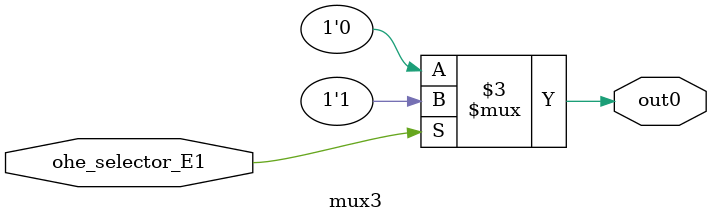
<source format=v>




`timescale 1ns/1ps

// module mux3 : mux_die1 mux_jcr mux_jc
module mux3
  ( input      ohe_selector_E1,
    output reg out0 // bool die1 jcr jc
  );


  always @ (*)

  begin : p_mux3

    out0 = 1'b0; // hw_init // 1:die1 2:jcr 3:jc


    if (ohe_selector_E1) // 1:(die1_copy0___CTbool_cstV1_E1)
                         // 2:(jcr_copy0___CTbool_cstV1_E1)
                         // 3:(jc_copy0___CTbool_cstV1_E1)
    begin
      // [move.n:86][control.n:94][control.n:144][control.n:162][control.n:223][control.n:252]
      out0 = 1'b1;
    end

  end

endmodule

</source>
